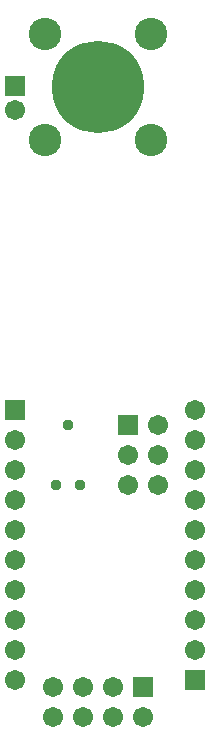
<source format=gbr>
G04 DipTrace 2.4.0.1*
%INBottomMask.gbr*%
%MOIN*%
%ADD34C,0.0374*%
%ADD43C,0.108*%
%ADD45C,0.308*%
%ADD51C,0.0671*%
%ADD53R,0.0671X0.0671*%
%FSLAX44Y44*%
G04*
G70*
G90*
G75*
G01*
%LNBotMask*%
%LPD*%
D53*
X4815Y25602D3*
D51*
Y24815D3*
D53*
X9065Y5565D3*
D51*
Y4565D3*
X8065Y5565D3*
Y4565D3*
X7065Y5565D3*
Y4565D3*
X6065Y5565D3*
Y4565D3*
D53*
X8565Y14315D3*
D51*
X9565D3*
X8565Y13315D3*
X9565D3*
X8565Y12315D3*
X9565D3*
D34*
X6565Y14315D3*
X6965Y12315D3*
X6165D3*
D53*
X4815Y14815D3*
D51*
Y13815D3*
Y12815D3*
Y11815D3*
Y10815D3*
Y9815D3*
Y8815D3*
Y7815D3*
Y6815D3*
Y5815D3*
D53*
X10815D3*
D51*
Y6815D3*
Y7815D3*
Y8815D3*
Y9815D3*
Y10815D3*
Y11815D3*
Y12815D3*
Y13815D3*
Y14815D3*
D45*
X7565Y25565D3*
D43*
X9333Y23797D3*
X5797D3*
Y27333D3*
X9333D3*
M02*

</source>
